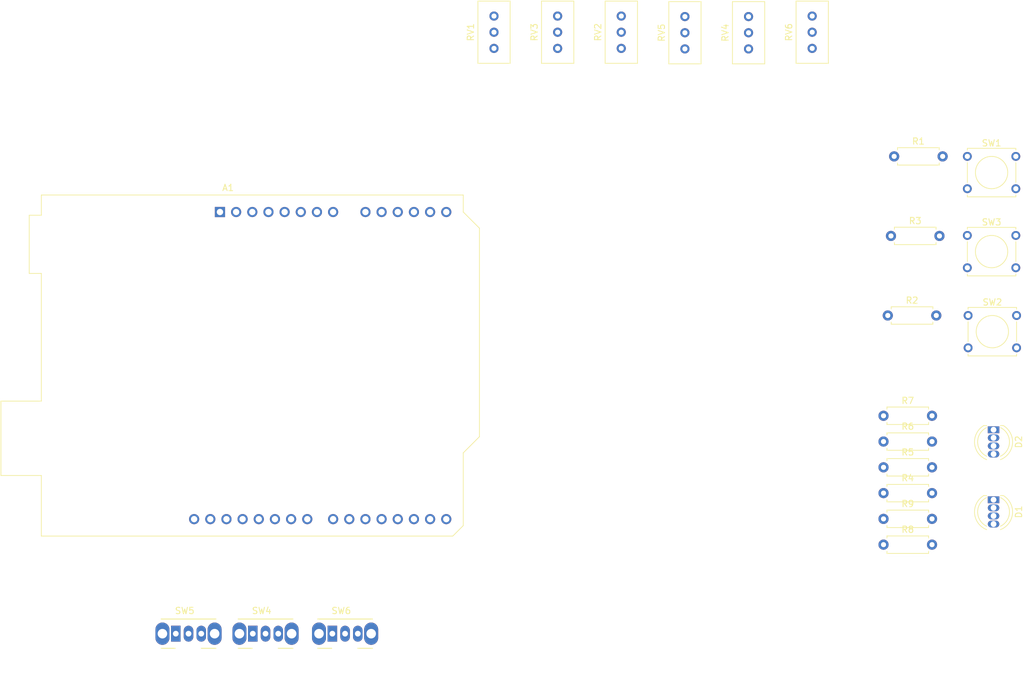
<source format=kicad_pcb>
(kicad_pcb (version 20221018) (generator pcbnew)
  (layers (0 "F.Cu" signal) (31 "B.Cu" signal) (34 "B.Paste" user) (35 "F.Paste" user) (36 "B.SilkS" user "B.Silkscreen") (37 "F.SilkS" user "F.Silkscreen") (38 "B.Mask" user) (39 "F.Mask" user) (44 "Edge.Cuts" user))
  (net 0 "")
  (net 5 "Net-(A1-+5V)")
  (net 7 "Net-(A1-A0)")
  (net 8 "Net-(A1-A1)")
  (net 9 "Net-(A1-A2)")
  (net 10 "Net-(A1-A3)")
  (net 11 "Net-(A1-SDA{slash}A4)")
  (net 12 "Net-(A1-SCL{slash}A5)")
  (net 15 "Net-(A1-D2)")
  (net 16 "Net-(A1-D3)")
  (net 17 "Net-(A1-D4)")
  (net 18 "Net-(A1-D5)")
  (net 19 "Net-(A1-D6)")
  (net 20 "Net-(A1-D7)")
  (net 21 "Net-(A1-D8)")
  (net 22 "Net-(A1-D9)")
  (net 23 "Net-(A1-D10)")
  (net 24 "Net-(A1-D11)")
  (net 25 "Net-(A1-D12)")
  (net 26 "Net-(A1-D13)")
  (net 28 "Net-(SW1-A)")
  (net 29 "Net-(D1-RK)")
  (net 30 "Net-(D1-GK)")
  (net 31 "Net-(D1-BK)")
  (net 33 "Net-(D2-RK)")
  (net 34 "Net-(D2-GK)")
  (net 35 "Net-(D2-BK)")
  (footprint "Button_Switch_THT:SW_CuK_OS102011MA1QN1_SPDT_Angled" (layer "F.Cu") (at 116.5 133.5)
    (fp_text reference "SW5" (at 1.4 -3.6) (layer "F.SilkS"))
    (fp_text value "SW_SPDT")
    (fp_line (start -2.3 -2.3) (end 6.3 -2.3) (stroke (width 0.15)) (layer "F.SilkS"))
    (fp_line (start -2.3 2.3) (end -0.1 2.3) (stroke (width 0.15)) (layer "F.SilkS"))
    (fp_line (start 4 2.3) (end 6.3 2.3) (stroke (width 0.15)) (layer "F.SilkS"))
    (pad "" thru_hole oval (at -2.1 0) (size 2.2 3.5) (drill 1.5) (layers "*.Cu" "*.Mask"))
    (pad "" thru_hole oval (at 6.1 0) (size 2.2 3.5) (drill 1.5) (layers "*.Cu" "*.Mask"))
    (pad "1" thru_hole rect (at 0 0) (size 1.5 2.5) (drill 0.9) (layers "*.Cu" "*.Mask") (net 28 "Net-(SW1-A)"))
    (pad "2" thru_hole oval (at 2 0) (size 1.5 2.5) (drill 0.9) (layers "*.Cu" "*.Mask") (net 26 "Net-(A1-D13)"))
    (pad "3" thru_hole oval (at 4 0) (size 1.5 2.5) (drill 0.9) (layers "*.Cu" "*.Mask") (net 5 "Net-(A1-+5V)"))
  )
  (footprint "LED_THT:LED_D5.0mm-4_RGB" (layer "F.Cu") (at 245 112.46 -90)
    (fp_text reference "D1" (at 1.905 -3.96 90) (layer "F.SilkS"))
    (fp_text value "LED_RGBA")
    (fp_line (start -0.655 -1.545) (end -0.655 -1.08) (stroke (width 0.12)) (layer "F.SilkS"))
    (fp_line (start -0.655 1.08) (end -0.655 1.545) (stroke (width 0.12)) (layer "F.SilkS"))
    (fp_arc (start -0.655 -1.54483) (mid 2.163456 -2.978809) (end 4.692815 -1.080827) (stroke (width 0.12)) (layer "F.SilkS"))
    (fp_arc (start -0.349684 -1.08) (mid 1.904762 -2.5) (end 4.159479 -1.080429) (stroke (width 0.12)) (layer "F.SilkS"))
    (fp_arc (start 4.159479 1.080429) (mid 1.904762 2.5) (end -0.349684 1.08) (stroke (width 0.12)) (layer "F.SilkS"))
    (fp_arc (start 4.692815 1.080827) (mid 2.163456 2.978808) (end -0.655 1.54483) (stroke (width 0.12)) (layer "F.SilkS"))
    (pad "1" thru_hole rect (at 0 0 270) (size 1.07 1.8) (drill 0.9) (layers "*.Cu" "*.Mask") (net 33 "Net-(D2-RK)"))
    (pad "2" thru_hole oval (at 1.27 0 270) (size 1.07 1.8) (drill 0.9) (layers "*.Cu" "*.Mask") (net 34 "Net-(D2-GK)"))
    (pad "3" thru_hole oval (at 2.54 0 270) (size 1.07 1.8) (drill 0.9) (layers "*.Cu" "*.Mask") (net 35 "Net-(D2-BK)"))
    (pad "4" thru_hole oval (at 3.81 0 270) (size 1.07 1.8) (drill 0.9) (layers "*.Cu" "*.Mask"))
  )
  (footprint "Potentiometer_THT:Potentiometer_Bourns_3296W_Vertical" (layer "F.Cu") (at 216.5 36.45 90)
    (fp_text reference "RV6" (at -2.54 -3.66 90) (layer "F.SilkS"))
    (fp_text value "10T 10k")
    (fp_line (start -7.425 -2.53) (end -7.425 2.54) (stroke (width 0.12)) (layer "F.SilkS"))
    (fp_line (start -7.425 -2.53) (end 2.345 -2.53) (stroke (width 0.12)) (layer "F.SilkS"))
    (fp_line (start -7.425 2.54) (end 2.345 2.54) (stroke (width 0.12)) (layer "F.SilkS"))
    (fp_line (start 2.345 -2.53) (end 2.345 2.54) (stroke (width 0.12)) (layer "F.SilkS"))
    (pad "1" thru_hole circle (at 0 0 90) (size 1.44 1.44) (drill 0.8) (layers "*.Cu" "*.Mask") (net 28 "Net-(SW1-A)"))
    (pad "2" thru_hole circle (at -2.54 0 90) (size 1.44 1.44) (drill 0.8) (layers "*.Cu" "*.Mask") (net 12 "Net-(A1-SCL{slash}A5)"))
    (pad "3" thru_hole circle (at -5.08 0 90) (size 1.44 1.44) (drill 0.8) (layers "*.Cu" "*.Mask") (net 5 "Net-(A1-+5V)"))
  )
  (footprint "Potentiometer_THT:Potentiometer_Bourns_3296W_Vertical" (layer "F.Cu") (at 196.5 36.53 90)
    (fp_text reference "RV5" (at -2.54 -3.66 90) (layer "F.SilkS"))
    (fp_text value "10T 10k")
    (fp_line (start -7.425 -2.53) (end -7.425 2.54) (stroke (width 0.12)) (layer "F.SilkS"))
    (fp_line (start -7.425 -2.53) (end 2.345 -2.53) (stroke (width 0.12)) (layer "F.SilkS"))
    (fp_line (start -7.425 2.54) (end 2.345 2.54) (stroke (width 0.12)) (layer "F.SilkS"))
    (fp_line (start 2.345 -2.53) (end 2.345 2.54) (stroke (width 0.12)) (layer "F.SilkS"))
    (pad "1" thru_hole circle (at 0 0 90) (size 1.44 1.44) (drill 0.8) (layers "*.Cu" "*.Mask") (net 28 "Net-(SW1-A)"))
    (pad "2" thru_hole circle (at -2.54 0 90) (size 1.44 1.44) (drill 0.8) (layers "*.Cu" "*.Mask") (net 10 "Net-(A1-A3)"))
    (pad "3" thru_hole circle (at -5.08 0 90) (size 1.44 1.44) (drill 0.8) (layers "*.Cu" "*.Mask") (net 5 "Net-(A1-+5V)"))
  )
  (footprint "Button_Switch_THT:SW_Tactile_Straight_KSA0Axx1LFTR" (layer "F.Cu") (at 241 83.5)
    (fp_text reference "SW2" (at 3.81 -2.08) (layer "F.SilkS"))
    (fp_text value "SW_Push")
    (fp_line (start 0 -1.27) (end 0 -0.97) (stroke (width 0.12)) (layer "F.SilkS"))
    (fp_line (start 0 -1.27) (end 7.62 -1.27) (stroke (width 0.12)) (layer "F.SilkS"))
    (fp_line (start 0 0.97) (end 0 4.11) (stroke (width 0.12)) (layer "F.SilkS"))
    (fp_line (start 0 6.05) (end 0 6.35) (stroke (width 0.12)) (layer "F.SilkS"))
    (fp_line (start 7.62 -1.27) (end 7.62 -0.97) (stroke (width 0.12)) (layer "F.SilkS"))
    (fp_line (start 7.62 0.97) (end 7.62 4.11) (stroke (width 0.12)) (layer "F.SilkS"))
    (fp_line (start 7.62 6.05) (end 7.62 6.35) (stroke (width 0.12)) (layer "F.SilkS"))
    (fp_line (start 7.62 6.35) (end 0 6.35) (stroke (width 0.12)) (layer "F.SilkS"))
    (fp_circle (center 3.81 2.54) (end 3.81 0) (stroke (width 0.12)) (fill none) (layer "F.SilkS"))
    (pad "1" thru_hole circle (at 0 0) (size 1.397 1.397) (drill 0.8128) (layers "*.Cu" "*.Mask") (net 20 "Net-(A1-D7)"))
    (pad "1" thru_hole circle (at 7.62 0) (size 1.397 1.397) (drill 0.8128) (layers "*.Cu" "*.Mask") (net 20 "Net-(A1-D7)"))
    (pad "2" thru_hole circle (at 0 5.08) (size 1.397 1.397) (drill 0.8128) (layers "*.Cu" "*.Mask") (net 28 "Net-(SW1-A)"))
    (pad "2" thru_hole circle (at 7.62 5.08) (size 1.397 1.397) (drill 0.8128) (layers "*.Cu" "*.Mask") (net 28 "Net-(SW1-A)"))
  )
  (footprint "Potentiometer_THT:Potentiometer_Bourns_3296W_Vertical" (layer "F.Cu") (at 166.5 36.45 90)
    (fp_text reference "RV1" (at -2.54 -3.66 90) (layer "F.SilkS"))
    (fp_text value "10T 10k")
    (fp_line (start -7.425 -2.53) (end -7.425 2.54) (stroke (width 0.12)) (layer "F.SilkS"))
    (fp_line (start -7.425 -2.53) (end 2.345 -2.53) (stroke (width 0.12)) (layer "F.SilkS"))
    (fp_line (start -7.425 2.54) (end 2.345 2.54) (stroke (width 0.12)) (layer "F.SilkS"))
    (fp_line (start 2.345 -2.53) (end 2.345 2.54) (stroke (width 0.12)) (layer "F.SilkS"))
    (pad "1" thru_hole circle (at 0 0 90) (size 1.44 1.44) (drill 0.8) (layers "*.Cu" "*.Mask") (net 28 "Net-(SW1-A)"))
    (pad "2" thru_hole circle (at -2.54 0 90) (size 1.44 1.44) (drill 0.8) (layers "*.Cu" "*.Mask") (net 7 "Net-(A1-A0)"))
    (pad "3" thru_hole circle (at -5.08 0 90) (size 1.44 1.44) (drill 0.8) (layers "*.Cu" "*.Mask") (net 5 "Net-(A1-+5V)"))
  )
  (footprint "Resistor_THT:R_Axial_DIN0207_L6.3mm_D2.5mm_P7.62mm_Horizontal" (layer "F.Cu") (at 227.71 115.46)
    (fp_text reference "R9" (at 3.81 -2.37) (layer "F.SilkS"))
    (fp_text value "10k")
    (fp_line (start 0.54 -1.37) (end 7.08 -1.37) (stroke (width 0.12)) (layer "F.SilkS"))
    (fp_line (start 0.54 -1.04) (end 0.54 -1.37) (stroke (width 0.12)) (layer "F.SilkS"))
    (fp_line (start 0.54 1.04) (end 0.54 1.37) (stroke (width 0.12)) (layer "F.SilkS"))
    (fp_line (start 0.54 1.37) (end 7.08 1.37) (stroke (width 0.12)) (layer "F.SilkS"))
    (fp_line (start 7.08 -1.37) (end 7.08 -1.04) (stroke (width 0.12)) (layer "F.SilkS"))
    (fp_line (start 7.08 1.37) (end 7.08 1.04) (stroke (width 0.12)) (layer "F.SilkS"))
    (pad "1" thru_hole circle (at 0 0) (size 1.6 1.6) (drill 0.8) (layers "*.Cu" "*.Mask") (net 18 "Net-(A1-D5)"))
    (pad "2" thru_hole oval (at 7.62 0) (size 1.6 1.6) (drill 0.8) (layers "*.Cu" "*.Mask") (net 34 "Net-(D2-GK)"))
  )
  (footprint "Button_Switch_THT:SW_CuK_OS102011MA1QN1_SPDT_Angled" (layer "F.Cu") (at 128.6 133.5)
    (fp_text reference "SW4" (at 1.4 -3.6) (layer "F.SilkS"))
    (fp_text value "SW_SPDT")
    (fp_line (start -2.3 -2.3) (end 6.3 -2.3) (stroke (width 0.15)) (layer "F.SilkS"))
    (fp_line (start -2.3 2.3) (end -0.1 2.3) (stroke (width 0.15)) (layer "F.SilkS"))
    (fp_line (start 4 2.3) (end 6.3 2.3) (stroke (width 0.15)) (layer "F.SilkS"))
    (pad "" thru_hole oval (at -2.1 0) (size 2.2 3.5) (drill 1.5) (layers "*.Cu" "*.Mask"))
    (pad "" thru_hole oval (at 6.1 0) (size 2.2 3.5) (drill 1.5) (layers "*.Cu" "*.Mask"))
    (pad "1" thru_hole rect (at 0 0) (size 1.5 2.5) (drill 0.9) (layers "*.Cu" "*.Mask") (net 28 "Net-(SW1-A)"))
    (pad "2" thru_hole oval (at 2 0) (size 1.5 2.5) (drill 0.9) (layers "*.Cu" "*.Mask") (net 25 "Net-(A1-D12)"))
    (pad "3" thru_hole oval (at 4 0) (size 1.5 2.5) (drill 0.9) (layers "*.Cu" "*.Mask") (net 5 "Net-(A1-+5V)"))
  )
  (footprint "Resistor_THT:R_Axial_DIN0207_L6.3mm_D2.5mm_P7.62mm_Horizontal" (layer "F.Cu") (at 229.38 58.5)
    (fp_text reference "R1" (at 3.81 -2.37) (layer "F.SilkS"))
    (fp_text value "10k")
    (fp_line (start 0.54 -1.37) (end 7.08 -1.37) (stroke (width 0.12)) (layer "F.SilkS"))
    (fp_line (start 0.54 -1.04) (end 0.54 -1.37) (stroke (width 0.12)) (layer "F.SilkS"))
    (fp_line (start 0.54 1.04) (end 0.54 1.37) (stroke (width 0.12)) (layer "F.SilkS"))
    (fp_line (start 0.54 1.37) (end 7.08 1.37) (stroke (width 0.12)) (layer "F.SilkS"))
    (fp_line (start 7.08 -1.37) (end 7.08 -1.04) (stroke (width 0.12)) (layer "F.SilkS"))
    (fp_line (start 7.08 1.37) (end 7.08 1.04) (stroke (width 0.12)) (layer "F.SilkS"))
    (pad "1" thru_hole circle (at 0 0) (size 1.6 1.6) (drill 0.8) (layers "*.Cu" "*.Mask") (net 5 "Net-(A1-+5V)"))
    (pad "2" thru_hole oval (at 7.62 0) (size 1.6 1.6) (drill 0.8) (layers "*.Cu" "*.Mask") (net 15 "Net-(A1-D2)"))
  )
  (footprint "Resistor_THT:R_Axial_DIN0207_L6.3mm_D2.5mm_P7.62mm_Horizontal" (layer "F.Cu") (at 227.71 111.41)
    (fp_text reference "R4" (at 3.81 -2.37) (layer "F.SilkS"))
    (fp_text value "10k")
    (fp_line (start 0.54 -1.37) (end 7.08 -1.37) (stroke (width 0.12)) (layer "F.SilkS"))
    (fp_line (start 0.54 -1.04) (end 0.54 -1.37) (stroke (width 0.12)) (layer "F.SilkS"))
    (fp_line (start 0.54 1.04) (end 0.54 1.37) (stroke (width 0.12)) (layer "F.SilkS"))
    (fp_line (start 0.54 1.37) (end 7.08 1.37) (stroke (width 0.12)) (layer "F.SilkS"))
    (fp_line (start 7.08 -1.37) (end 7.08 -1.04) (stroke (width 0.12)) (layer "F.SilkS"))
    (fp_line (start 7.08 1.37) (end 7.08 1.04) (stroke (width 0.12)) (layer "F.SilkS"))
    (pad "1" thru_hole circle (at 0 0) (size 1.6 1.6) (drill 0.8) (layers "*.Cu" "*.Mask") (net 16 "Net-(A1-D3)"))
    (pad "2" thru_hole oval (at 7.62 0) (size 1.6 1.6) (drill 0.8) (layers "*.Cu" "*.Mask") (net 33 "Net-(D2-RK)"))
  )
  (footprint "LED_THT:LED_D5.0mm-4_RGB" (layer "F.Cu") (at 245 101.46 -90)
    (fp_text reference "D2" (at 1.905 -3.96 90) (layer "F.SilkS"))
    (fp_text value "LED_RGBA")
    (fp_line (start -0.655 -1.545) (end -0.655 -1.08) (stroke (width 0.12)) (layer "F.SilkS"))
    (fp_line (start -0.655 1.08) (end -0.655 1.545) (stroke (width 0.12)) (layer "F.SilkS"))
    (fp_arc (start -0.655 -1.54483) (mid 2.163456 -2.978809) (end 4.692815 -1.080827) (stroke (width 0.12)) (layer "F.SilkS"))
    (fp_arc (start -0.349684 -1.08) (mid 1.904762 -2.5) (end 4.159479 -1.080429) (stroke (width 0.12)) (layer "F.SilkS"))
    (fp_arc (start 4.159479 1.080429) (mid 1.904762 2.5) (end -0.349684 1.08) (stroke (width 0.12)) (layer "F.SilkS"))
    (fp_arc (start 4.692815 1.080827) (mid 2.163456 2.978808) (end -0.655 1.54483) (stroke (width 0.12)) (layer "F.SilkS"))
    (pad "1" thru_hole rect (at 0 0 270) (size 1.07 1.8) (drill 0.9) (layers "*.Cu" "*.Mask") (net 29 "Net-(D1-RK)"))
    (pad "2" thru_hole oval (at 1.27 0 270) (size 1.07 1.8) (drill 0.9) (layers "*.Cu" "*.Mask") (net 30 "Net-(D1-GK)"))
    (pad "3" thru_hole oval (at 2.54 0 270) (size 1.07 1.8) (drill 0.9) (layers "*.Cu" "*.Mask") (net 31 "Net-(D1-BK)"))
    (pad "4" thru_hole oval (at 3.81 0 270) (size 1.07 1.8) (drill 0.9) (layers "*.Cu" "*.Mask"))
  )
  (footprint "Resistor_THT:R_Axial_DIN0207_L6.3mm_D2.5mm_P7.62mm_Horizontal" (layer "F.Cu") (at 227.71 103.31)
    (fp_text reference "R6" (at 3.81 -2.37) (layer "F.SilkS"))
    (fp_text value "10k")
    (fp_line (start 0.54 -1.37) (end 7.08 -1.37) (stroke (width 0.12)) (layer "F.SilkS"))
    (fp_line (start 0.54 -1.04) (end 0.54 -1.37) (stroke (width 0.12)) (layer "F.SilkS"))
    (fp_line (start 0.54 1.04) (end 0.54 1.37) (stroke (width 0.12)) (layer "F.SilkS"))
    (fp_line (start 0.54 1.37) (end 7.08 1.37) (stroke (width 0.12)) (layer "F.SilkS"))
    (fp_line (start 7.08 -1.37) (end 7.08 -1.04) (stroke (width 0.12)) (layer "F.SilkS"))
    (fp_line (start 7.08 1.37) (end 7.08 1.04) (stroke (width 0.12)) (layer "F.SilkS"))
    (pad "1" thru_hole circle (at 0 0) (size 1.6 1.6) (drill 0.8) (layers "*.Cu" "*.Mask") (net 23 "Net-(A1-D10)"))
    (pad "2" thru_hole oval (at 7.62 0) (size 1.6 1.6) (drill 0.8) (layers "*.Cu" "*.Mask") (net 30 "Net-(D1-GK)"))
  )
  (footprint "Potentiometer_THT:Potentiometer_Bourns_3296W_Vertical" (layer "F.Cu") (at 186.5 36.45 90)
    (fp_text reference "RV2" (at -2.54 -3.66 90) (layer "F.SilkS"))
    (fp_text value "10T 10k")
    (fp_line (start -7.425 -2.53) (end -7.425 2.54) (stroke (width 0.12)) (layer "F.SilkS"))
    (fp_line (start -7.425 -2.53) (end 2.345 -2.53) (stroke (width 0.12)) (layer "F.SilkS"))
    (fp_line (start -7.425 2.54) (end 2.345 2.54) (stroke (width 0.12)) (layer "F.SilkS"))
    (fp_line (start 2.345 -2.53) (end 2.345 2.54) (stroke (width 0.12)) (layer "F.SilkS"))
    (pad "1" thru_hole circle (at 0 0 90) (size 1.44 1.44) (drill 0.8) (layers "*.Cu" "*.Mask") (net 28 "Net-(SW1-A)"))
    (pad "2" thru_hole circle (at -2.54 0 90) (size 1.44 1.44) (drill 0.8) (layers "*.Cu" "*.Mask") (net 9 "Net-(A1-A2)"))
    (pad "3" thru_hole circle (at -5.08 0 90) (size 1.44 1.44) (drill 0.8) (layers "*.Cu" "*.Mask") (net 5 "Net-(A1-+5V)"))
  )
  (footprint "Button_Switch_THT:SW_Tactile_Straight_KSA0Axx1LFTR" (layer "F.Cu") (at 240.88 58.5)
    (fp_text reference "SW1" (at 3.81 -2.08) (layer "F.SilkS"))
    (fp_text value "SW_Push")
    (fp_line (start 0 -1.27) (end 0 -0.97) (stroke (width 0.12)) (layer "F.SilkS"))
    (fp_line (start 0 -1.27) (end 7.62 -1.27) (stroke (width 0.12)) (layer "F.SilkS"))
    (fp_line (start 0 0.97) (end 0 4.11) (stroke (width 0.12)) (layer "F.SilkS"))
    (fp_line (start 0 6.05) (end 0 6.35) (stroke (width 0.12)) (layer "F.SilkS"))
    (fp_line (start 7.62 -1.27) (end 7.62 -0.97) (stroke (width 0.12)) (layer "F.SilkS"))
    (fp_line (start 7.62 0.97) (end 7.62 4.11) (stroke (width 0.12)) (layer "F.SilkS"))
    (fp_line (start 7.62 6.05) (end 7.62 6.35) (stroke (width 0.12)) (layer "F.SilkS"))
    (fp_line (start 7.62 6.35) (end 0 6.35) (stroke (width 0.12)) (layer "F.SilkS"))
    (fp_circle (center 3.81 2.54) (end 3.81 0) (stroke (width 0.12)) (fill none) (layer "F.SilkS"))
    (pad "1" thru_hole circle (at 0 0) (size 1.397 1.397) (drill 0.8128) (layers "*.Cu" "*.Mask") (net 15 "Net-(A1-D2)"))
    (pad "1" thru_hole circle (at 7.62 0) (size 1.397 1.397) (drill 0.8128) (layers "*.Cu" "*.Mask") (net 15 "Net-(A1-D2)"))
    (pad "2" thru_hole circle (at 0 5.08) (size 1.397 1.397) (drill 0.8128) (layers "*.Cu" "*.Mask") (net 28 "Net-(SW1-A)"))
    (pad "2" thru_hole circle (at 7.62 5.08) (size 1.397 1.397) (drill 0.8128) (layers "*.Cu" "*.Mask") (net 28 "Net-(SW1-A)"))
  )
  (footprint "Resistor_THT:R_Axial_DIN0207_L6.3mm_D2.5mm_P7.62mm_Horizontal" (layer "F.Cu") (at 228.38 83.5)
    (fp_text reference "R2" (at 3.81 -2.37) (layer "F.SilkS"))
    (fp_text value "10k")
    (fp_line (start 0.54 -1.37) (end 7.08 -1.37) (stroke (width 0.12)) (layer "F.SilkS"))
    (fp_line (start 0.54 -1.04) (end 0.54 -1.37) (stroke (width 0.12)) (layer "F.SilkS"))
    (fp_line (start 0.54 1.04) (end 0.54 1.37) (stroke (width 0.12)) (layer "F.SilkS"))
    (fp_line (start 0.54 1.37) (end 7.08 1.37) (stroke (width 0.12)) (layer "F.SilkS"))
    (fp_line (start 7.08 -1.37) (end 7.08 -1.04) (stroke (width 0.12)) (layer "F.SilkS"))
    (fp_line (start 7.08 1.37) (end 7.08 1.04) (stroke (width 0.12)) (layer "F.SilkS"))
    (pad "1" thru_hole circle (at 0 0) (size 1.6 1.6) (drill 0.8) (layers "*.Cu" "*.Mask") (net 5 "Net-(A1-+5V)"))
    (pad "2" thru_hole oval (at 7.62 0) (size 1.6 1.6) (drill 0.8) (layers "*.Cu" "*.Mask") (net 20 "Net-(A1-D7)"))
  )
  (footprint "Button_Switch_THT:SW_CuK_OS102011MA1QN1_SPDT_Angled" (layer "F.Cu") (at 141.1 133.5)
    (fp_text reference "SW6" (at 1.4 -3.6) (layer "F.SilkS"))
    (fp_text value "SW_SPDT")
    (fp_line (start -2.3 -2.3) (end 6.3 -2.3) (stroke (width 0.15)) (layer "F.SilkS"))
    (fp_line (start -2.3 2.3) (end -0.1 2.3) (stroke (width 0.15)) (layer "F.SilkS"))
    (fp_line (start 4 2.3) (end 6.3 2.3) (stroke (width 0.15)) (layer "F.SilkS"))
    (pad "" thru_hole oval (at -2.1 0) (size 2.2 3.5) (drill 1.5) (layers "*.Cu" "*.Mask"))
    (pad "" thru_hole oval (at 6.1 0) (size 2.2 3.5) (drill 1.5) (layers "*.Cu" "*.Mask"))
    (pad "1" thru_hole rect (at 0 0) (size 1.5 2.5) (drill 0.9) (layers "*.Cu" "*.Mask") (net 28 "Net-(SW1-A)"))
    (pad "2" thru_hole oval (at 2 0) (size 1.5 2.5) (drill 0.9) (layers "*.Cu" "*.Mask") (net 21 "Net-(A1-D8)"))
    (pad "3" thru_hole oval (at 4 0) (size 1.5 2.5) (drill 0.9) (layers "*.Cu" "*.Mask") (net 5 "Net-(A1-+5V)"))
  )
  (footprint "Resistor_THT:R_Axial_DIN0207_L6.3mm_D2.5mm_P7.62mm_Horizontal" (layer "F.Cu") (at 227.71 107.36)
    (fp_text reference "R5" (at 3.81 -2.37) (layer "F.SilkS"))
    (fp_text value "10k")
    (fp_line (start 0.54 -1.37) (end 7.08 -1.37) (stroke (width 0.12)) (layer "F.SilkS"))
    (fp_line (start 0.54 -1.04) (end 0.54 -1.37) (stroke (width 0.12)) (layer "F.SilkS"))
    (fp_line (start 0.54 1.04) (end 0.54 1.37) (stroke (width 0.12)) (layer "F.SilkS"))
    (fp_line (start 0.54 1.37) (end 7.08 1.37) (stroke (width 0.12)) (layer "F.SilkS"))
    (fp_line (start 7.08 -1.37) (end 7.08 -1.04) (stroke (width 0.12)) (layer "F.SilkS"))
    (fp_line (start 7.08 1.37) (end 7.08 1.04) (stroke (width 0.12)) (layer "F.SilkS"))
    (pad "1" thru_hole circle (at 0 0) (size 1.6 1.6) (drill 0.8) (layers "*.Cu" "*.Mask") (net 24 "Net-(A1-D11)"))
    (pad "2" thru_hole oval (at 7.62 0) (size 1.6 1.6) (drill 0.8) (layers "*.Cu" "*.Mask") (net 31 "Net-(D1-BK)"))
  )
  (footprint "Resistor_THT:R_Axial_DIN0207_L6.3mm_D2.5mm_P7.62mm_Horizontal" (layer "F.Cu") (at 228.88 71)
    (fp_text reference "R3" (at 3.81 -2.37) (layer "F.SilkS"))
    (fp_text value "10k")
    (fp_line (start 0.54 -1.37) (end 7.08 -1.37) (stroke (width 0.12)) (layer "F.SilkS"))
    (fp_line (start 0.54 -1.04) (end 0.54 -1.37) (stroke (width 0.12)) (layer "F.SilkS"))
    (fp_line (start 0.54 1.04) (end 0.54 1.37) (stroke (width 0.12)) (layer "F.SilkS"))
    (fp_line (start 0.54 1.37) (end 7.08 1.37) (stroke (width 0.12)) (layer "F.SilkS"))
    (fp_line (start 7.08 -1.37) (end 7.08 -1.04) (stroke (width 0.12)) (layer "F.SilkS"))
    (fp_line (start 7.08 1.37) (end 7.08 1.04) (stroke (width 0.12)) (layer "F.SilkS"))
    (pad "1" thru_hole circle (at 0 0) (size 1.6 1.6) (drill 0.8) (layers "*.Cu" "*.Mask") (net 5 "Net-(A1-+5V)"))
    (pad "2" thru_hole oval (at 7.62 0) (size 1.6 1.6) (drill 0.8) (layers "*.Cu" "*.Mask") (net 17 "Net-(A1-D4)"))
  )
  (footprint "Potentiometer_THT:Potentiometer_Bourns_3296W_Vertical" (layer "F.Cu") (at 176.5 36.45 90)
    (fp_text reference "RV3" (at -2.54 -3.66 90) (layer "F.SilkS"))
    (fp_text value "10T 10k")
    (fp_line (start -7.425 -2.53) (end -7.425 2.54) (stroke (width 0.12)) (layer "F.SilkS"))
    (fp_line (start -7.425 -2.53) (end 2.345 -2.53) (stroke (width 0.12)) (layer "F.SilkS"))
    (fp_line (start -7.425 2.54) (end 2.345 2.54) (stroke (width 0.12)) (layer "F.SilkS"))
    (fp_line (start 2.345 -2.53) (end 2.345 2.54) (stroke (width 0.12)) (layer "F.SilkS"))
    (pad "1" thru_hole circle (at 0 0 90) (size 1.44 1.44) (drill 0.8) (layers "*.Cu" "*.Mask") (net 28 "Net-(SW1-A)"))
    (pad "2" thru_hole circle (at -2.54 0 90) (size 1.44 1.44) (drill 0.8) (layers "*.Cu" "*.Mask") (net 8 "Net-(A1-A1)"))
    (pad "3" thru_hole circle (at -5.08 0 90) (size 1.44 1.44) (drill 0.8) (layers "*.Cu" "*.Mask") (net 5 "Net-(A1-+5V)"))
  )
  (footprint "Module:Arduino_UNO_R2" (layer "F.Cu") (at 123.44 67.24)
    (fp_text reference "A1" (at 1.27 -3.81 180) (layer "F.SilkS"))
    (fp_text value "Arduino_UNO_R2")
    (fp_line (start -34.42 29.72) (end -34.42 41.4) (stroke (width 0.12)) (layer "F.SilkS"))
    (fp_line (start -34.42 41.4) (end -28.07 41.4) (stroke (width 0.12)) (layer "F.SilkS"))
    (fp_line (start -29.97 0.51) (end -29.97 9.65) (stroke (width 0.12)) (layer "F.SilkS"))
    (fp_line (start -29.97 9.65) (end -28.07 9.65) (stroke (width 0.12)) (layer "F.SilkS"))
    (fp_line (start -28.07 -2.67) (end -28.07 0.51) (stroke (width 0.12)) (layer "F.SilkS"))
    (fp_line (start -28.07 0.51) (end -29.97 0.51) (stroke (width 0.12)) (layer "F.SilkS"))
    (fp_line (start -28.07 9.65) (end -28.07 29.72) (stroke (width 0.12)) (layer "F.SilkS"))
    (fp_line (start -28.07 29.72) (end -34.42 29.72) (stroke (width 0.12)) (layer "F.SilkS"))
    (fp_line (start -28.07 41.4) (end -28.07 50.93) (stroke (width 0.12)) (layer "F.SilkS"))
    (fp_line (start -28.07 50.93) (end 36.58 50.93) (stroke (width 0.12)) (layer "F.SilkS"))
    (fp_line (start 36.58 50.93) (end 38.23 49.28) (stroke (width 0.12)) (layer "F.SilkS"))
    (fp_line (start 38.23 -2.67) (end -28.07 -2.67) (stroke (width 0.12)) (layer "F.SilkS"))
    (fp_line (start 38.23 0) (end 38.23 -2.67) (stroke (width 0.12)) (layer "F.SilkS"))
    (fp_line (start 38.23 37.85) (end 40.77 35.31) (stroke (width 0.12)) (layer "F.SilkS"))
    (fp_line (start 38.23 49.28) (end 38.23 37.85) (stroke (width 0.12)) (layer "F.SilkS"))
    (fp_line (start 40.77 2.54) (end 38.23 0) (stroke (width 0.12)) (layer "F.SilkS"))
    (fp_line (start 40.77 35.31) (end 40.77 2.54) (stroke (width 0.12)) (layer "F.SilkS"))
    (pad "1" thru_hole rect (at 0 0 90) (size 1.6 1.6) (drill 1) (layers "*.Cu" "*.Mask"))
    (pad "2" thru_hole oval (at 2.54 0 90) (size 1.6 1.6) (drill 1) (layers "*.Cu" "*.Mask"))
    (pad "3" thru_hole oval (at 5.08 0 90) (size 1.6 1.6) (drill 1) (layers "*.Cu" "*.Mask"))
    (pad "4" thru_hole oval (at 7.62 0 90) (size 1.6 1.6) (drill 1) (layers "*.Cu" "*.Mask"))
    (pad "5" thru_hole oval (at 10.16 0 90) (size 1.6 1.6) (drill 1) (layers "*.Cu" "*.Mask") (net 5 "Net-(A1-+5V)"))
    (pad "6" thru_hole oval (at 12.7 0 90) (size 1.6 1.6) (drill 1) (layers "*.Cu" "*.Mask") (net 28 "Net-(SW1-A)"))
    (pad "7" thru_hole oval (at 15.24 0 90) (size 1.6 1.6) (drill 1) (layers "*.Cu" "*.Mask") (net 28 "Net-(SW1-A)"))
    (pad "8" thru_hole oval (at 17.78 0 90) (size 1.6 1.6) (drill 1) (layers "*.Cu" "*.Mask"))
    (pad "9" thru_hole oval (at 22.86 0 90) (size 1.6 1.6) (drill 1) (layers "*.Cu" "*.Mask") (net 7 "Net-(A1-A0)"))
    (pad "10" thru_hole oval (at 25.4 0 90) (size 1.6 1.6) (drill 1) (layers "*.Cu" "*.Mask") (net 8 "Net-(A1-A1)"))
    (pad "11" thru_hole oval (at 27.94 0 90) (size 1.6 1.6) (drill 1) (layers "*.Cu" "*.Mask") (net 9 "Net-(A1-A2)"))
    (pad "12" thru_hole oval (at 30.48 0 90) (size 1.6 1.6) (drill 1) (layers "*.Cu" "*.Mask") (net 10 "Net-(A1-A3)"))
    (pad "13" thru_hole oval (at 33.02 0 90) (size 1.6 1.6) (drill 1) (layers "*.Cu" "*.Mask") (net 11 "Net-(A1-SDA{slash}A4)"))
    (pad "14" thru_hole oval (at 35.56 0 90) (size 1.6 1.6) (drill 1) (layers "*.Cu" "*.Mask") (net 12 "Net-(A1-SCL{slash}A5)"))
    (pad "15" thru_hole oval (at 35.56 48.26 90) (size 1.6 1.6) (drill 1) (layers "*.Cu" "*.Mask"))
    (pad "16" thru_hole oval (at 33.02 48.26 90) (size 1.6 1.6) (drill 1) (layers "*.Cu" "*.Mask"))
    (pad "17" thru_hole oval (at 30.48 48.26 90) (size 1.6 1.6) (drill 1) (layers "*.Cu" "*.Mask") (net 15 "Net-(A1-D2)"))
    (pad "18" thru_hole oval (at 27.94 48.26 90) (size 1.6 1.6) (drill 1) (layers "*.Cu" "*.Mask") (net 16 "Net-(A1-D3)"))
    (pad "19" thru_hole oval (at 25.4 48.26 90) (size 1.6 1.6) (drill 1) (layers "*.Cu" "*.Mask") (net 17 "Net-(A1-D4)"))
    (pad "20" thru_hole oval (at 22.86 48.26 90) (size 1.6 1.6) (drill 1) (layers "*.Cu" "*.Mask") (net 18 "Net-(A1-D5)"))
    (pad "21" thru_hole oval (at 20.32 48.26 90) (size 1.6 1.6) (drill 1) (layers "*.Cu" "*.Mask") (net 19 "Net-(A1-D6)"))
    (pad "22" thru_hole oval (at 17.78 48.26 90) (size 1.6 1.6) (drill 1) (layers "*.Cu" "*.Mask") (net 20 "Net-(A1-D7)"))
    (pad "23" thru_hole oval (at 13.72 48.26 90) (size 1.6 1.6) (drill 1) (layers "*.Cu" "*.Mask") (net 21 "Net-(A1-D8)"))
    (pad "24" thru_hole oval (at 11.18 48.26 90) (size 1.6 1.6) (drill 1) (layers "*.Cu" "*.Mask") (net 22 "Net-(A1-D9)"))
    (pad "25" thru_hole oval (at 8.64 48.26 90) (size 1.6 1.6) (drill 1) (layers "*.Cu" "*.Mask") (net 23 "Net-(A1-D10)"))
    (pad "26" thru_hole oval (at 6.1 48.26 90) (size 1.6 1.6) (drill 1) (layers "*.Cu" "*.Mask") (net 24 "Net-(A1-D11)"))
    (pad "27" thru_hole oval (at 3.56 48.26 90) (size 1.6 1.6) (drill 1) (layers "*.Cu" "*.Mask") (net 25 "Net-(A1-D12)"))
    (pad "28" thru_hole oval (at 1.02 48.26 90) (size 1.6 1.6) (drill 1) (layers "*.Cu" "*.Mask") (net 26 "Net-(A1-D13)"))
    (pad "29" thru_hole oval (at -1.52 48.26 90) (size 1.6 1.6) (drill 1) (layers "*.Cu" "*.Mask") (net 28 "Net-(SW1-A)"))
    (pad "30" thru_hole oval (at -4.06 48.26 90) (size 1.6 1.6) (drill 1) (layers "*.Cu" "*.Mask"))
  )
  (footprint "Resistor_THT:R_Axial_DIN0207_L6.3mm_D2.5mm_P7.62mm_Horizontal" (layer "F.Cu") (at 227.71 119.51)
    (fp_text reference "R8" (at 3.81 -2.37) (layer "F.SilkS"))
    (fp_text value "10k")
    (fp_line (start 0.54 -1.37) (end 7.08 -1.37) (stroke (width 0.12)) (layer "F.SilkS"))
    (fp_line (start 0.54 -1.04) (end 0.54 -1.37) (stroke (width 0.12)) (layer "F.SilkS"))
    (fp_line (start 0.54 1.04) (end 0.54 1.37) (stroke (width 0.12)) (layer "F.SilkS"))
    (fp_line (start 0.54 1.37) (end 7.08 1.37) (stroke (width 0.12)) (layer "F.SilkS"))
    (fp_line (start 7.08 -1.37) (end 7.08 -1.04) (stroke (width 0.12)) (layer "F.SilkS"))
    (fp_line (start 7.08 1.37) (end 7.08 1.04) (stroke (width 0.12)) (layer "F.SilkS"))
    (pad "1" thru_hole circle (at 0 0) (size 1.6 1.6) (drill 0.8) (layers "*.Cu" "*.Mask") (net 19 "Net-(A1-D6)"))
    (pad "2" thru_hole oval (at 7.62 0) (size 1.6 1.6) (drill 0.8) (layers "*.Cu" "*.Mask") (net 35 "Net-(D2-BK)"))
  )
  (footprint "Resistor_THT:R_Axial_DIN0207_L6.3mm_D2.5mm_P7.62mm_Horizontal" (layer "F.Cu") (at 227.71 99.26)
    (fp_text reference "R7" (at 3.81 -2.37) (layer "F.SilkS"))
    (fp_text value "10k")
    (fp_line (start 0.54 -1.37) (end 7.08 -1.37) (stroke (width 0.12)) (layer "F.SilkS"))
    (fp_line (start 0.54 -1.04) (end 0.54 -1.37) (stroke (width 0.12)) (layer "F.SilkS"))
    (fp_line (start 0.54 1.04) (end 0.54 1.37) (stroke (width 0.12)) (layer "F.SilkS"))
    (fp_line (start 0.54 1.37) (end 7.08 1.37) (stroke (width 0.12)) (layer "F.SilkS"))
    (fp_line (start 7.08 -1.37) (end 7.08 -1.04) (stroke (width 0.12)) (layer "F.SilkS"))
    (fp_line (start 7.08 1.37) (end 7.08 1.04) (stroke (width 0.12)) (layer "F.SilkS"))
    (pad "1" thru_hole circle (at 0 0) (size 1.6 1.6) (drill 0.8) (layers "*.Cu" "*.Mask") (net 22 "Net-(A1-D9)"))
    (pad "2" thru_hole oval (at 7.62 0) (size 1.6 1.6) (drill 0.8) (layers "*.Cu" "*.Mask") (net 29 "Net-(D1-RK)"))
  )
  (footprint "Button_Switch_THT:SW_Tactile_Straight_KSA0Axx1LFTR" (layer "F.Cu") (at 240.88 70.92)
    (fp_text reference "SW3" (at 3.81 -2.08) (layer "F.SilkS"))
    (fp_text value "SW_Push")
    (fp_line (start 0 -1.27) (end 0 -0.97) (stroke (width 0.12)) (layer "F.SilkS"))
    (fp_line (start 0 -1.27) (end 7.62 -1.27) (stroke (width 0.12)) (layer "F.SilkS"))
    (fp_line (start 0 0.97) (end 0 4.11) (stroke (width 0.12)) (layer "F.SilkS"))
    (fp_line (start 0 6.05) (end 0 6.35) (stroke (width 0.12)) (layer "F.SilkS"))
    (fp_line (start 7.62 -1.27) (end 7.62 -0.97) (stroke (width 0.12)) (layer "F.SilkS"))
    (fp_line (start 7.62 0.97) (end 7.62 4.11) (stroke (width 0.12)) (layer "F.SilkS"))
    (fp_line (start 7.62 6.05) (end 7.62 6.35) (stroke (width 0.12)) (layer "F.SilkS"))
    (fp_line (start 7.62 6.35) (end 0 6.35) (stroke (width 0.12)) (layer "F.SilkS"))
    (fp_circle (center 3.81 2.54) (end 3.81 0) (stroke (width 0.12)) (fill none) (layer "F.SilkS"))
    (pad "1" thru_hole circle (at 0 0) (size 1.397 1.397) (drill 0.8128) (layers "*.Cu" "*.Mask") (net 17 "Net-(A1-D4)"))
    (pad "1" thru_hole circle (at 7.62 0) (size 1.397 1.397) (drill 0.8128) (layers "*.Cu" "*.Mask") (net 17 "Net-(A1-D4)"))
    (pad "2" thru_hole circle (at 0 5.08) (size 1.397 1.397) (drill 0.8128) (layers "*.Cu" "*.Mask") (net 28 "Net-(SW1-A)"))
    (pad "2" thru_hole circle (at 7.62 5.08) (size 1.397 1.397) (drill 0.8128) (layers "*.Cu" "*.Mask") (net 28 "Net-(SW1-A)"))
  )
  (footprint "Potentiometer_THT:Potentiometer_Bourns_3296W_Vertical" (layer "F.Cu") (at 206.5 36.53 90)
    (fp_text reference "RV4" (at -2.54 -3.66 90) (layer "F.SilkS"))
    (fp_text value "10T 10k")
    (fp_line (start -7.425 -2.53) (end -7.425 2.54) (stroke (width 0.12)) (layer "F.SilkS"))
    (fp_line (start -7.425 -2.53) (end 2.345 -2.53) (stroke (width 0.12)) (layer "F.SilkS"))
    (fp_line (start -7.425 2.54) (end 2.345 2.54) (stroke (width 0.12)) (layer "F.SilkS"))
    (fp_line (start 2.345 -2.53) (end 2.345 2.54) (stroke (width 0.12)) (layer "F.SilkS"))
    (pad "1" thru_hole circle (at 0 0 90) (size 1.44 1.44) (drill 0.8) (layers "*.Cu" "*.Mask") (net 28 "Net-(SW1-A)"))
    (pad "2" thru_hole circle (at -2.54 0 90) (size 1.44 1.44) (drill 0.8) (layers "*.Cu" "*.Mask") (net 11 "Net-(A1-SDA{slash}A4)"))
    (pad "3" thru_hole circle (at -5.08 0 90) (size 1.44 1.44) (drill 0.8) (layers "*.Cu" "*.Mask") (net 5 "Net-(A1-+5V)"))
  )
)
</source>
